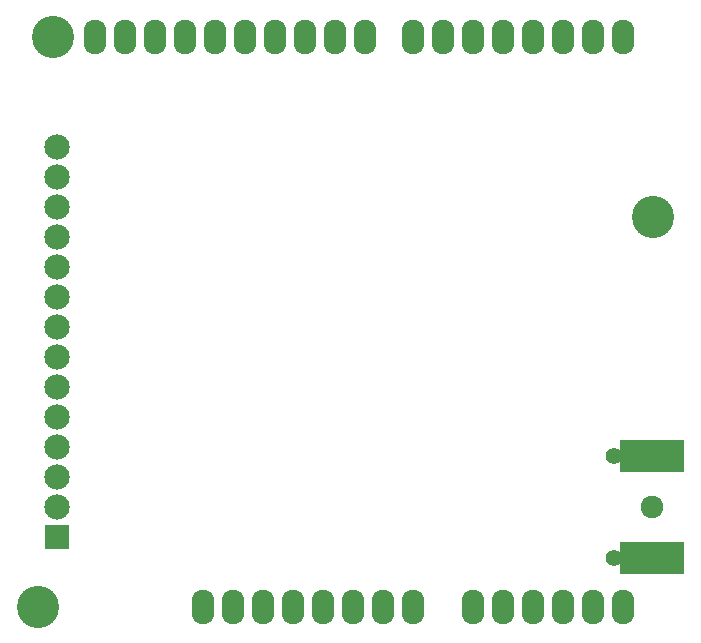
<source format=gbs>
%TF.GenerationSoftware,KiCad,Pcbnew,4.0.6-e0-6349~53~ubuntu16.04.1*%
%TF.CreationDate,2017-06-06T11:27:21+01:00*%
%TF.ProjectId,RN2483shield,524E32343833736869656C642E6B6963,rev?*%
%TF.FileFunction,Soldermask,Bot*%
%FSLAX46Y46*%
G04 Gerber Fmt 4.6, Leading zero omitted, Abs format (unit mm)*
G04 Created by KiCad (PCBNEW 4.0.6-e0-6349~53~ubuntu16.04.1) date Tue Jun  6 11:27:21 2017*
%MOMM*%
%LPD*%
G01*
G04 APERTURE LIST*
%ADD10C,0.100000*%
%ADD11R,2.150000X2.050000*%
%ADD12C,2.150000*%
%ADD13O,1.924000X2.940000*%
%ADD14C,3.575000*%
%ADD15C,1.400000*%
%ADD16R,5.480000X2.686000*%
%ADD17C,1.924000*%
G04 APERTURE END LIST*
D10*
D11*
X164084000Y-96520000D03*
D12*
X164084000Y-93980000D03*
X164084000Y-91440000D03*
X164084000Y-88900000D03*
X164084000Y-86360000D03*
X164084000Y-83820000D03*
X164084000Y-81280000D03*
X164084000Y-78740000D03*
X164084000Y-76200000D03*
X164084000Y-73660000D03*
X164084000Y-71120000D03*
X164084000Y-68580000D03*
X164084000Y-66040000D03*
X164084000Y-63500000D03*
D13*
X212000000Y-102410000D03*
X209460000Y-102410000D03*
X206920000Y-102410000D03*
X199300000Y-102410000D03*
X201840000Y-102410000D03*
X204380000Y-102410000D03*
X194220000Y-102410000D03*
X191680000Y-102410000D03*
X189140000Y-102410000D03*
X184060000Y-102410000D03*
X181520000Y-102410000D03*
X212000000Y-54150000D03*
X209460000Y-54150000D03*
X206920000Y-54150000D03*
X204380000Y-54150000D03*
X201840000Y-54150000D03*
X199300000Y-54150000D03*
X196760000Y-54150000D03*
X194220000Y-54150000D03*
X190156000Y-54150000D03*
X187616000Y-54150000D03*
X185076000Y-54150000D03*
X182536000Y-54150000D03*
X179996000Y-54150000D03*
X177456000Y-54150000D03*
X174916000Y-54150000D03*
X172376000Y-54150000D03*
X186600000Y-102410000D03*
D14*
X214540000Y-69390000D03*
X163740000Y-54150000D03*
X162470000Y-102410000D03*
D13*
X169836000Y-54150000D03*
X167296000Y-54150000D03*
X178980000Y-102410000D03*
X176440000Y-102410000D03*
D15*
X211285000Y-89682000D03*
D16*
X214460000Y-98318000D03*
X214460000Y-89682000D03*
D15*
X211285000Y-98318000D03*
D17*
X214460000Y-94000000D03*
M02*

</source>
